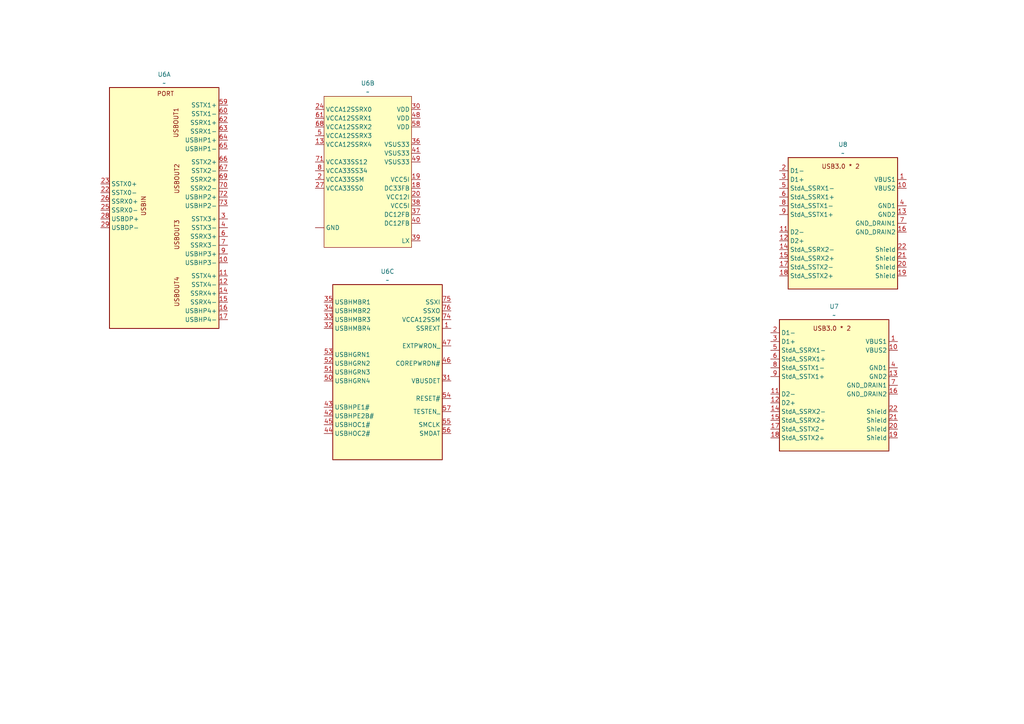
<source format=kicad_sch>
(kicad_sch (version 20231120) (generator "eeschema") (generator_version "8.0")
  (paper "A4")
  (lib_symbols
    (symbol "UsbHub:USB-303WSD-BRY"
      (property "Reference" "U" (at 15.748 0.762 0))
      (symbol "USB-303WSD-BRY_1_1"
        (rectangle (start 0 0) (end 31.75 -38.1) (stroke (width 0.254)) (fill (type background)))
        (text "USB3.0 * 2" (at 15.24 -2.54 0) (effects (font (size 1.27 1.27))))
        (pin power_in line (at 34.29 -6.35 180) (length 2.54) (name "VBUS1") (number "1"))
        (pin power_in line (at 34.29 -8.89 180) (length 2.54) (name "VBUS2") (number "10"))
        (pin passive line (at -2.54 -21.59 0) (length 2.54) (name "D2-") (number "11"))
        (pin passive line (at -2.54 -24.13 0) (length 2.54) (name "D2+") (number "12"))
        (pin power_in line (at 34.29 -16.51 180) (length 2.54) (name "GND2") (number "13"))
        (pin passive line (at -2.54 -26.67 0) (length 2.54) (name "StdA_SSRX2-") (number "14"))
        (pin passive line (at -2.54 -29.21 0) (length 2.54) (name "StdA_SSRX2+") (number "15"))
        (pin power_in line (at 34.29 -21.59 180) (length 2.54) (name "GND_DRAIN2") (number "16"))
        (pin passive line (at -2.54 -31.75 0) (length 2.54) (name "StdA_SSTX2-") (number "17"))
        (pin passive line (at -2.54 -34.29 0) (length 2.54) (name "StdA_SSTX2+") (number "18"))
        (pin passive line (at 34.29 -34.29 180) (length 2.54) (name "Shield") (number "19"))
        (pin passive line (at -2.54 -3.81 0) (length 2.54) (name "D1-") (number "2"))
        (pin passive line (at 34.29 -31.75 180) (length 2.54) (name "Shield") (number "20"))
        (pin passive line (at 34.29 -29.21 180) (length 2.54) (name "Shield") (number "21"))
        (pin passive line (at 34.29 -26.67 180) (length 2.54) (name "Shield") (number "22"))
        (pin passive line (at -2.54 -6.35 0) (length 2.54) (name "D1+") (number "3"))
        (pin power_in line (at 34.29 -13.97 180) (length 2.54) (name "GND1") (number "4"))
        (pin passive line (at -2.54 -8.89 0) (length 2.54) (name "StdA_SSRX1-") (number "5"))
        (pin passive line (at -2.54 -11.43 0) (length 2.54) (name "StdA_SSRX1+") (number "6"))
        (pin power_in line (at 34.29 -19.05 180) (length 2.54) (name "GND_DRAIN1") (number "7"))
        (pin passive line (at -2.54 -13.97 0) (length 2.54) (name "StdA_SSTX1-") (number "8"))
        (pin passive line (at -2.54 -16.51 0) (length 2.54) (name "StdA_SSTX1+") (number "9"))
      )
    )
    (symbol "UsbHub:VL813"
      (property "Reference" "U" (at 0 1.524 0))
      (symbol "VL813_1_1"
        (rectangle (start 0 0) (end 31.75 -69.85) (stroke (width 0.254)) (fill (type background)))
        (text "PORT" (at 16.256 -1.778 0) (effects (font (size 1.27 1.27))))
        (text "USBIN" (at 9.906 -34.29 900) (effects (font (size 1.27 1.27))))
        (text "USBOUT1" (at 19.304 -10.16 900) (effects (font (size 1.27 1.27))))
        (text "USBOUT2" (at 19.558 -26.416 900) (effects (font (size 1.27 1.27))))
        (text "USBOUT3" (at 19.558 -42.672 900) (effects (font (size 1.27 1.27))))
        (text "USBOUT4" (at 19.558 -59.182 900) (effects (font (size 1.27 1.27))))
        (pin passive line (at 34.29 -50.8 180) (length 2.54) (name "USBHP3-") (number "10"))
        (pin passive line (at 34.29 -54.61 180) (length 2.54) (name "SSTX4+") (number "11"))
        (pin passive line (at 34.29 -57.15 180) (length 2.54) (name "SSTX4-") (number "12"))
        (pin passive line (at 34.29 -59.69 180) (length 2.54) (name "SSRX4+") (number "14"))
        (pin passive line (at 34.29 -62.23 180) (length 2.54) (name "SSRX4-") (number "15"))
        (pin passive line (at 34.29 -64.77 180) (length 2.54) (name "USBHP4+") (number "16"))
        (pin passive line (at 34.29 -67.31 180) (length 2.54) (name "USBHP4-") (number "17"))
        (pin passive line (at -2.54 -30.48 0) (length 2.54) (name "SSTX0-") (number "22"))
        (pin passive line (at -2.54 -27.94 0) (length 2.54) (name "SSTX0+") (number "23"))
        (pin passive line (at -2.54 -35.56 0) (length 2.54) (name "SSRX0-") (number "25"))
        (pin passive line (at -2.54 -33.02 0) (length 2.54) (name "SSRX0+") (number "26"))
        (pin passive line (at -2.54 -38.1 0) (length 2.54) (name "USBDP+") (number "28"))
        (pin passive line (at -2.54 -40.64 0) (length 2.54) (name "USBDP-") (number "29"))
        (pin passive line (at 34.29 -38.1 180) (length 2.54) (name "SSTX3+") (number "3"))
        (pin passive line (at 34.29 -40.64 180) (length 2.54) (name "SSTX3-") (number "4"))
        (pin passive line (at 34.29 -5.08 180) (length 2.54) (name "SSTX1+") (number "59"))
        (pin passive line (at 34.29 -43.18 180) (length 2.54) (name "SSRX3+") (number "6"))
        (pin passive line (at 34.29 -7.62 180) (length 2.54) (name "SSTX1-") (number "60"))
        (pin passive line (at 34.29 -10.16 180) (length 2.54) (name "SSRX1+") (number "62"))
        (pin passive line (at 34.29 -12.7 180) (length 2.54) (name "SSRX1-") (number "63"))
        (pin passive line (at 34.29 -15.24 180) (length 2.54) (name "USBHP1+") (number "64"))
        (pin passive line (at 34.29 -17.78 180) (length 2.54) (name "USBHP1-") (number "65"))
        (pin passive line (at 34.29 -21.59 180) (length 2.54) (name "SSTX2+") (number "66"))
        (pin passive line (at 34.29 -24.13 180) (length 2.54) (name "SSTX2-") (number "67"))
        (pin passive line (at 34.29 -26.67 180) (length 2.54) (name "SSRX2+") (number "69"))
        (pin passive line (at 34.29 -45.72 180) (length 2.54) (name "SSRX3-") (number "7"))
        (pin passive line (at 34.29 -29.21 180) (length 2.54) (name "SSRX2-") (number "70"))
        (pin passive line (at 34.29 -31.75 180) (length 2.54) (name "USBHP2+") (number "72"))
        (pin passive line (at 34.29 -34.29 180) (length 2.54) (name "USBHP2-") (number "73"))
        (pin passive line (at 34.29 -48.26 180) (length 2.54) (name "USBHP3+") (number "9"))
      )
      (symbol "VL813_2_1"
        (rectangle (start 0 0) (end 25.4 -43.815) (fill (type background)))
        (pin power_in line (at -2.54 -38.1 0) (length 2.54) (name "GND") (number ""))
        (pin power_in line (at -2.54 -13.97 0) (length 2.54) (name "VCCA12SSRX4") (number "13"))
        (pin power_in line (at 27.94 -26.67 180) (length 2.54) (name "DC33FB") (number "18"))
        (pin power_in line (at 27.94 -24.13 180) (length 2.54) (name "VCC5I") (number "19"))
        (pin power_in line (at -2.54 -24.13 0) (length 2.54) (name "VCCA33SSM") (number "2"))
        (pin power_in line (at 27.94 -29.21 180) (length 2.54) (name "VCC12I") (number "20"))
        (pin power_in line (at -2.54 -3.81 0) (length 2.54) (name "VCCA12SSRX0") (number "24"))
        (pin power_in line (at -2.54 -26.67 0) (length 2.54) (name "VCCA33SS0") (number "27"))
        (pin power_in line (at 27.94 -3.81 180) (length 2.54) (name "VDD") (number "30"))
        (pin power_in line (at 27.94 -13.97 180) (length 2.54) (name "VSUS33") (number "36"))
        (pin power_in line (at 27.94 -34.29 180) (length 2.54) (name "DC12FB") (number "37"))
        (pin power_in line (at 27.94 -31.75 180) (length 2.54) (name "VCC5I") (number "38"))
        (pin power_in line (at 27.94 -41.91 180) (length 2.54) (name "LX") (number "39"))
        (pin power_in line (at 27.94 -36.83 180) (length 2.54) (name "DC12FB") (number "40"))
        (pin power_in line (at 27.94 -16.51 180) (length 2.54) (name "VSUS33") (number "41"))
        (pin power_in line (at 27.94 -6.35 180) (length 2.54) (name "VDD") (number "48"))
        (pin power_in line (at 27.94 -19.05 180) (length 2.54) (name "VSUS33") (number "49"))
        (pin power_in line (at -2.54 -11.43 0) (length 2.54) (name "VCCA12SSRX3") (number "5"))
        (pin power_in line (at 27.94 -8.89 180) (length 2.54) (name "VDD") (number "58"))
        (pin power_in line (at -2.54 -6.35 0) (length 2.54) (name "VCCA12SSRX1") (number "61"))
        (pin power_in line (at -2.54 -8.89 0) (length 2.54) (name "VCCA12SSRX2") (number "68"))
        (pin power_in line (at -2.54 -19.05 0) (length 2.54) (name "VCCA33SS12") (number "71"))
        (pin power_in line (at -2.54 -21.59 0) (length 2.54) (name "VCCA33SS34") (number "8"))
      )
      (symbol "VL813_3_1"
        (rectangle (start 0 0) (end 31.75 -50.8) (stroke (width 0.254)) (fill (type background)))
        (pin power_in line (at 34.29 -12.7 180) (length 2.54) (name "SSREXT") (number "1"))
        (pin power_in line (at 34.29 -27.94 180) (length 2.54) (name "VBUSDET") (number "31"))
        (pin passive line (at -2.54 -12.7 0) (length 2.54) (name "USBHMBR4") (number "32"))
        (pin passive line (at -2.54 -10.16 0) (length 2.54) (name "USBHMBR3") (number "33"))
        (pin passive line (at -2.54 -7.62 0) (length 2.54) (name "USBHMBR2") (number "34"))
        (pin passive line (at -2.54 -5.08 0) (length 2.54) (name "USBHMBR1") (number "35"))
        (pin passive line (at -2.54 -38.1 0) (length 2.54) (name "USBHPE2B#") (number "42"))
        (pin passive line (at -2.54 -35.56 0) (length 2.54) (name "USBHPE1#") (number "43"))
        (pin passive line (at -2.54 -43.18 0) (length 2.54) (name "USBHOC2#") (number "44"))
        (pin passive line (at -2.54 -40.64 0) (length 2.54) (name "USBHOC1#") (number "45"))
        (pin power_in line (at 34.29 -22.86 180) (length 2.54) (name "COREPWRDN#") (number "46"))
        (pin power_in line (at 34.29 -17.78 180) (length 2.54) (name "EXTPWRON_") (number "47"))
        (pin passive line (at -2.54 -27.94 0) (length 2.54) (name "USBHGRN4") (number "50"))
        (pin passive line (at -2.54 -25.4 0) (length 2.54) (name "USBHGRN3") (number "51"))
        (pin passive line (at -2.54 -22.86 0) (length 2.54) (name "USBHGRN2") (number "52"))
        (pin passive line (at -2.54 -20.32 0) (length 2.54) (name "USBHGRN1") (number "53"))
        (pin power_in line (at 34.29 -33.02 180) (length 2.54) (name "RESET#") (number "54"))
        (pin power_in line (at 34.29 -40.64 180) (length 2.54) (name "SMCLK") (number "55"))
        (pin power_in line (at 34.29 -43.18 180) (length 2.54) (name "SMDAT") (number "56"))
        (pin power_in line (at 34.29 -36.83 180) (length 2.54) (name "TESTEN_") (number "57"))
        (pin power_in line (at 34.29 -10.16 180) (length 2.54) (name "VCCA12SSM") (number "74"))
        (pin power_in line (at 34.29 -5.08 180) (length 2.54) (name "SSXI") (number "75"))
        (pin power_in line (at 34.29 -7.62 180) (length 2.54) (name "SSXO") (number "76"))
      )
    )
  )
  (symbol (lib_id "UsbHub:VL813") (at 93.98 27.94 0) (unit 2)
    (property "Reference" "U6" (at 106.68 24.13 0))
    (property "Value" "~" (at 106.68 26.67 0))
  )
  (symbol (lib_id "UsbHub:VL813") (at 31.75 25.4 0) (unit 1)
    (property "Reference" "U6" (at 47.625 21.59 0))
    (property "Value" "~" (at 47.625 24.13 0))
  )
  (symbol (lib_id "UsbHub:USB-303WSD-BRY") (at 228.6 45.72 0) (unit 1)
    (property "Reference" "U8" (at 244.475 41.91 0))
    (property "Value" "~" (at 244.475 44.45 0))
  )
  (symbol (lib_id "UsbHub:USB-303WSD-BRY") (at 226.06 92.71 0) (unit 1)
    (property "Reference" "U7" (at 241.935 88.9 0))
    (property "Value" "~" (at 241.935 91.44 0))
  )
  (symbol (lib_id "UsbHub:VL813") (at 96.52 82.55 0) (unit 3)
    (property "Reference" "U6" (at 112.395 78.74 0))
    (property "Value" "~" (at 112.395 81.28 0))
  )
)
</source>
